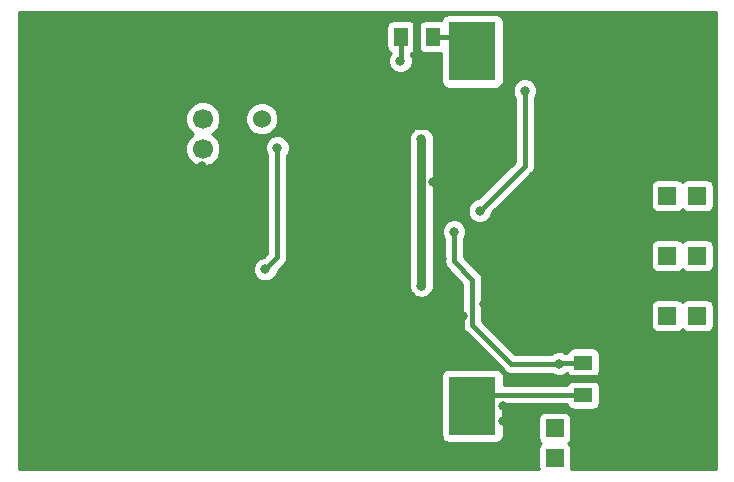
<source format=gbr>
G04 #@! TF.GenerationSoftware,KiCad,Pcbnew,(6.0.0-rc1-dev-205-gc0615c5ef)*
G04 #@! TF.CreationDate,2018-08-07T08:13:56+02:00*
G04 #@! TF.ProjectId,PCRD04B,504352443034422E6B696361645F7063,REV*
G04 #@! TF.SameCoordinates,Original*
G04 #@! TF.FileFunction,Copper,L1,Top,Signal*
G04 #@! TF.FilePolarity,Positive*
%FSLAX46Y46*%
G04 Gerber Fmt 4.6, Leading zero omitted, Abs format (unit mm)*
G04 Created by KiCad (PCBNEW (6.0.0-rc1-dev-205-gc0615c5ef)) date 08/07/18 08:13:56*
%MOMM*%
%LPD*%
G01*
G04 APERTURE LIST*
G04 #@! TA.AperFunction,SMDPad,CuDef*
%ADD10R,4.000000X5.000000*%
G04 #@! TD*
G04 #@! TA.AperFunction,ComponentPad*
%ADD11R,1.524000X1.524000*%
G04 #@! TD*
G04 #@! TA.AperFunction,ComponentPad*
%ADD12C,6.000000*%
G04 #@! TD*
G04 #@! TA.AperFunction,SMDPad,CuDef*
%ADD13R,20.100000X2.000000*%
G04 #@! TD*
G04 #@! TA.AperFunction,SMDPad,CuDef*
%ADD14R,2.000000X29.000000*%
G04 #@! TD*
G04 #@! TA.AperFunction,ComponentPad*
%ADD15C,1.700000*%
G04 #@! TD*
G04 #@! TA.AperFunction,ComponentPad*
%ADD16C,1.524000*%
G04 #@! TD*
G04 #@! TA.AperFunction,SMDPad,CuDef*
%ADD17R,1.300000X1.500000*%
G04 #@! TD*
G04 #@! TA.AperFunction,SMDPad,CuDef*
%ADD18R,0.700000X3.000000*%
G04 #@! TD*
G04 #@! TA.AperFunction,SMDPad,CuDef*
%ADD19R,1.500000X1.300000*%
G04 #@! TD*
G04 #@! TA.AperFunction,SMDPad,CuDef*
%ADD20R,3.000000X0.700000*%
G04 #@! TD*
G04 #@! TA.AperFunction,ViaPad*
%ADD21C,0.800000*%
G04 #@! TD*
G04 #@! TA.AperFunction,Conductor*
%ADD22C,0.250000*%
G04 #@! TD*
G04 #@! TA.AperFunction,Conductor*
%ADD23C,0.400000*%
G04 #@! TD*
G04 #@! TA.AperFunction,Conductor*
%ADD24C,0.800000*%
G04 #@! TD*
G04 #@! TA.AperFunction,Conductor*
%ADD25C,0.254000*%
G04 #@! TD*
G04 APERTURE END LIST*
D10*
G04 #@! TO.P,BT1,1*
G04 #@! TO.N,Net-(BT1-Pad1)*
X39370000Y36350000D03*
G04 #@! TO.P,BT1,2*
G04 #@! TO.N,Net-(BT1-Pad2)*
X39370000Y6350000D03*
G04 #@! TD*
D11*
G04 #@! TO.P,J1,1*
G04 #@! TO.N,GND*
X48895000Y4445000D03*
G04 #@! TO.P,J1,2*
X48895000Y1905000D03*
G04 #@! TO.P,J1,3*
G04 #@! TO.N,Net-(C21-Pad3)*
X46355000Y4445000D03*
G04 #@! TO.P,J1,4*
X46355000Y1905000D03*
G04 #@! TO.P,J1,5*
G04 #@! TO.N,GND*
X43815000Y4445000D03*
G04 #@! TO.P,J1,6*
X43815000Y1905000D03*
G04 #@! TD*
G04 #@! TO.P,J2,2*
G04 #@! TO.N,GND*
X55880000Y21590000D03*
G04 #@! TO.P,J2,1*
X58420000Y21590000D03*
G04 #@! TD*
G04 #@! TO.P,J3,1*
G04 #@! TO.N,/#PeakDetect/Trace*
X58420000Y19050000D03*
G04 #@! TO.P,J3,2*
X55880000Y19050000D03*
G04 #@! TD*
G04 #@! TO.P,J4,2*
G04 #@! TO.N,GND*
X55880000Y16510000D03*
G04 #@! TO.P,J4,1*
X58420000Y16510000D03*
G04 #@! TD*
G04 #@! TO.P,J5,2*
G04 #@! TO.N,GND*
X55880000Y26670000D03*
G04 #@! TO.P,J5,1*
X58420000Y26670000D03*
G04 #@! TD*
G04 #@! TO.P,J6,1*
G04 #@! TO.N,/A/D*
X58420000Y24130000D03*
G04 #@! TO.P,J6,2*
X55880000Y24130000D03*
G04 #@! TD*
G04 #@! TO.P,J7,1*
G04 #@! TO.N,GND*
X58420000Y11430000D03*
G04 #@! TO.P,J7,2*
X55880000Y11430000D03*
G04 #@! TD*
D12*
G04 #@! TO.P,M1,1*
G04 #@! TO.N,GND*
X5080000Y35560000D03*
G04 #@! TD*
G04 #@! TO.P,M2,1*
G04 #@! TO.N,GND*
X55880000Y35560000D03*
G04 #@! TD*
G04 #@! TO.P,M3,1*
G04 #@! TO.N,GND*
X55880000Y5080000D03*
G04 #@! TD*
G04 #@! TO.P,M4,1*
G04 #@! TO.N,GND*
X5080000Y5080000D03*
G04 #@! TD*
D11*
G04 #@! TO.P,J11,1*
G04 #@! TO.N,Net-(C23-Pad3)*
X55880000Y13970000D03*
G04 #@! TO.P,J11,2*
X58420000Y13970000D03*
G04 #@! TD*
D13*
G04 #@! TO.P,M5,1*
G04 #@! TO.N,GND*
X19685000Y34290000D03*
X19685000Y7290000D03*
D14*
X29235000Y20790000D03*
X10135000Y20790000D03*
G04 #@! TD*
D15*
G04 #@! TO.P,D2,1*
G04 #@! TO.N,/K*
X16550000Y28100000D03*
G04 #@! TO.P,D2,2*
G04 #@! TO.N,/A*
X16550000Y30640000D03*
D16*
G04 #@! TO.P,D2,1*
G04 #@! TO.N,/K*
X21550000Y30640000D03*
G04 #@! TD*
D17*
G04 #@! TO.P,C24,3*
G04 #@! TO.N,/K*
X33368000Y37592000D03*
D18*
G04 #@! TO.P,C24,2*
G04 #@! TO.N,GND*
X34718000Y37592000D03*
D17*
G04 #@! TO.P,C24,1*
G04 #@! TO.N,Net-(BT1-Pad1)*
X36068000Y37592000D03*
G04 #@! TD*
D19*
G04 #@! TO.P,C25,1*
G04 #@! TO.N,Net-(BT1-Pad2)*
X48768000Y7286000D03*
D20*
G04 #@! TO.P,C25,2*
G04 #@! TO.N,GND*
X48768000Y8636000D03*
D19*
G04 #@! TO.P,C25,3*
G04 #@! TO.N,/REF*
X48768000Y9986000D03*
G04 #@! TD*
D21*
G04 #@! TO.N,GND*
X32385000Y1905000D03*
X33655000Y1905000D03*
X34925000Y1905000D03*
X36830000Y1905000D03*
X33655000Y12065000D03*
X33655000Y13970000D03*
X33655000Y15240000D03*
X36830000Y15240000D03*
X26670000Y17780000D03*
X25400000Y17780000D03*
X24130000Y17780000D03*
X50165000Y26670000D03*
X52705000Y20320000D03*
X50800000Y20320000D03*
X51435000Y22860000D03*
X46355000Y34290000D03*
X45085000Y34290000D03*
X42545000Y34290000D03*
X41910000Y32385000D03*
X40640000Y32385000D03*
X38735000Y32385000D03*
X24765000Y32385000D03*
X23495000Y32385000D03*
X19685000Y32385000D03*
X17780000Y32385000D03*
X15875000Y32385000D03*
X13970000Y31750000D03*
X13970000Y29210000D03*
X13970000Y27305000D03*
X12700000Y27305000D03*
X50165000Y5080000D03*
X41970002Y5080000D03*
X41970002Y6350000D03*
X32385000Y3810000D03*
X32385000Y5080000D03*
X31115000Y8890000D03*
X31115000Y10795000D03*
X32385000Y10795000D03*
X32385000Y8890000D03*
X43815000Y12065000D03*
X11430000Y12700000D03*
X13335000Y12700000D03*
X27305000Y13970000D03*
X26035000Y12065000D03*
X23495000Y11430000D03*
X20955000Y11430000D03*
X19685000Y12700000D03*
X17780000Y12700000D03*
X15875000Y12700000D03*
X19050000Y20320000D03*
X20320000Y18415000D03*
X18415000Y18415000D03*
X16510000Y18415000D03*
X16510000Y22225000D03*
X16510000Y24130000D03*
X16510000Y25400000D03*
X16509457Y26650565D03*
X19685000Y27940000D03*
X18415000Y27940000D03*
X19685000Y29210000D03*
X32385000Y29210000D03*
X31115000Y28575000D03*
X32385000Y27305000D03*
X36830000Y26670000D03*
X38100000Y26670000D03*
X39618186Y25151814D03*
X45085000Y26670000D03*
X39408000Y24130000D03*
X40640000Y25870000D03*
X43815000Y18415000D03*
X45085000Y18415000D03*
X45720000Y26035000D03*
X28829000Y20574000D03*
X28829000Y19304000D03*
X44958000Y22352000D03*
X36830000Y18796000D03*
X32512000Y17780000D03*
X31242000Y17780000D03*
X29972000Y17780000D03*
X28829000Y18034000D03*
X36957000Y25273000D03*
X36052000Y25273000D03*
X11176000Y22098000D03*
X11176000Y23368000D03*
X15494000Y18542000D03*
X8382000Y26416000D03*
X8890000Y24384000D03*
X27940000Y27432000D03*
X25908000Y27432000D03*
X25908000Y26162000D03*
X27940000Y26162000D03*
X39624000Y21082000D03*
X52324000Y29464000D03*
X50546000Y29210000D03*
X54356000Y29210000D03*
X36830000Y32512000D03*
X34290000Y31242000D03*
X36068000Y33782000D03*
X34290000Y33782000D03*
X31750000Y33782000D03*
X31496000Y35306000D03*
X38570000Y13970000D03*
X38570000Y12065000D03*
X36830000Y17907000D03*
X39878000Y19558000D03*
X40386000Y14986000D03*
G04 #@! TO.N,VCC*
X35052000Y16510000D03*
X35052000Y28956000D03*
G04 #@! TO.N,/K*
X33274000Y35560000D03*
G04 #@! TO.N,/REF*
X21853064Y17904435D03*
X22860000Y28194000D03*
X37808000Y21082000D03*
X46736000Y9906000D03*
G04 #@! TO.N,Net-(R1-Pad2)*
X43815000Y33020000D03*
X40005000Y22860000D03*
G04 #@! TD*
D22*
G04 #@! TO.N,GND*
X34925000Y1905000D02*
X33655000Y1905000D01*
X36824998Y3810000D02*
X34290000Y6344998D01*
X36824998Y3810000D02*
X36824998Y1910002D01*
X36824998Y1910002D02*
X36830000Y1905000D01*
X33655000Y15240000D02*
X33655000Y13970000D01*
X36830000Y17907000D02*
X36830000Y15240000D01*
X24130000Y17780000D02*
X25400000Y17780000D01*
X51435000Y20955000D02*
X50800000Y20320000D01*
X51435000Y22860000D02*
X51435000Y20955000D01*
X42545000Y34290000D02*
X45085000Y34290000D01*
X40640000Y32385000D02*
X41910000Y32385000D01*
X39370000Y31750000D02*
X38735000Y32385000D01*
X39370000Y29845000D02*
X39370000Y31750000D01*
X38735000Y29845000D02*
X39370000Y29845000D01*
X24765000Y32385000D02*
X27305000Y29845000D01*
X27305000Y29845000D02*
X38735000Y29845000D01*
X19685000Y32385000D02*
X23495000Y32385000D01*
X15875000Y32385000D02*
X17780000Y32385000D01*
X13970000Y29210000D02*
X13970000Y31750000D01*
X12700000Y27305000D02*
X13970000Y27305000D01*
X41970002Y6350000D02*
X41970002Y5080000D01*
X32385000Y5080000D02*
X32385000Y3810000D01*
X31115000Y10795000D02*
X31115000Y8890000D01*
X32385000Y8890000D02*
X32385000Y10795000D01*
X34290000Y6344998D02*
X34290000Y9525000D01*
X15875000Y12700000D02*
X13335000Y12700000D01*
X25400000Y11430000D02*
X26035000Y12065000D01*
X23495000Y11430000D02*
X25400000Y11430000D01*
X19685000Y12700000D02*
X20955000Y11430000D01*
X15875000Y12700000D02*
X17780000Y12700000D01*
X18415000Y18415000D02*
X20320000Y18415000D01*
X16510000Y25400000D02*
X16510000Y24130000D01*
X18395565Y26650565D02*
X16509457Y26650565D01*
X19685000Y27940000D02*
X18395565Y26650565D01*
X19685000Y29210000D02*
X18415000Y27940000D01*
D23*
X32385000Y27305000D02*
X31115000Y28575000D01*
X38100000Y26670000D02*
X36830000Y26670000D01*
X40336372Y25870000D02*
X39618186Y25151814D01*
X40640000Y25870000D02*
X40336372Y25870000D01*
X40640000Y25362000D02*
X39408000Y24130000D01*
X40640000Y25870000D02*
X40640000Y25362000D01*
X45085000Y18415000D02*
X43815000Y18415000D01*
X45720000Y26035000D02*
X45720000Y23114000D01*
X45720000Y23114000D02*
X44958000Y22352000D01*
X28829000Y19304000D02*
X28829000Y20574000D01*
D22*
X36830000Y18796000D02*
X36830000Y17907000D01*
X31242000Y17780000D02*
X32512000Y17780000D01*
X29718000Y18034000D02*
X29972000Y17780000D01*
X28829000Y18034000D02*
X29718000Y18034000D01*
X36052000Y25273000D02*
X36957000Y25273000D01*
X11176000Y22098000D02*
X11176000Y23368000D01*
X12700000Y27305000D02*
X9271000Y27305000D01*
X9271000Y27305000D02*
X8382000Y26416000D01*
X31115000Y28575000D02*
X29083000Y28575000D01*
X29083000Y28575000D02*
X27940000Y27432000D01*
X25908000Y27432000D02*
X25908000Y26162000D01*
X39624000Y21082000D02*
X39624000Y19812000D01*
X39624000Y19812000D02*
X39878000Y19558000D01*
X52324000Y29464000D02*
X50800000Y29464000D01*
X50800000Y29464000D02*
X50546000Y29210000D01*
X55880000Y27682000D02*
X55880000Y26670000D01*
X54927251Y28634749D02*
X55880000Y27682000D01*
X54356000Y29210000D02*
X54927251Y28634749D01*
D23*
X38735000Y32385000D02*
X36957000Y32385000D01*
X36957000Y32385000D02*
X36830000Y32512000D01*
X34290000Y31242000D02*
X34290000Y32004000D01*
X34290000Y32004000D02*
X36068000Y33782000D01*
X34290000Y33782000D02*
X31750000Y33782000D01*
D22*
X38570000Y12065000D02*
X38570000Y13970000D01*
X36830000Y21092306D02*
X36830000Y17907000D01*
X36576000Y21844000D02*
X36830000Y21092306D01*
X40386000Y14986000D02*
X40170000Y19699698D01*
X40170000Y19699698D02*
X38354000Y22352000D01*
X38354000Y22352000D02*
X36576000Y21844000D01*
D24*
G04 #@! TO.N,VCC*
X35052000Y28956000D02*
X35052000Y16510000D01*
D23*
G04 #@! TO.N,/K*
X33368000Y37592000D02*
X33368000Y35654000D01*
X33368000Y35654000D02*
X33274000Y35560000D01*
G04 #@! TO.N,/REF*
X22860000Y28194000D02*
X22860000Y18911371D01*
X22860000Y18911371D02*
X21853064Y17904435D01*
X48768000Y9986000D02*
X46816000Y9986000D01*
X46816000Y9986000D02*
X46736000Y9906000D01*
X46170315Y9906000D02*
X46736000Y9906000D01*
X42672000Y9906000D02*
X46170315Y9906000D01*
X39370000Y13208000D02*
X42672000Y9906000D01*
X39370000Y17027998D02*
X39370000Y13208000D01*
X37808000Y18589998D02*
X39370000Y17027998D01*
X37808000Y21082000D02*
X37808000Y18589998D01*
G04 #@! TO.N,Net-(BT1-Pad1)*
X38128000Y37592000D02*
X39370000Y36350000D01*
X36068000Y37592000D02*
X38128000Y37592000D01*
G04 #@! TO.N,Net-(BT1-Pad2)*
X39370000Y6850000D02*
X40648000Y8128000D01*
X39370000Y6350000D02*
X39370000Y6850000D01*
X40306000Y7286000D02*
X39370000Y6350000D01*
X48768000Y7286000D02*
X40306000Y7286000D01*
G04 #@! TO.N,Net-(R1-Pad2)*
X43815000Y26670000D02*
X43815000Y33020000D01*
X40005000Y22860000D02*
X43815000Y26670000D01*
G04 #@! TD*
D25*
G04 #@! TO.N,GND*
G36*
X59971000Y989000D02*
X47733808Y989000D01*
X47764440Y1143000D01*
X47764440Y2667000D01*
X47715157Y2914765D01*
X47574809Y3124809D01*
X47499693Y3175000D01*
X47574809Y3225191D01*
X47715157Y3435235D01*
X47764440Y3683000D01*
X47764440Y5207000D01*
X47715157Y5454765D01*
X47574809Y5664809D01*
X47364765Y5805157D01*
X47117000Y5854440D01*
X45593000Y5854440D01*
X45345235Y5805157D01*
X45135191Y5664809D01*
X44994843Y5454765D01*
X44945560Y5207000D01*
X44945560Y3683000D01*
X44994843Y3435235D01*
X45135191Y3225191D01*
X45210307Y3175000D01*
X45135191Y3124809D01*
X44994843Y2914765D01*
X44945560Y2667000D01*
X44945560Y1143000D01*
X44976192Y989000D01*
X989000Y989000D01*
X989000Y8850000D01*
X36722560Y8850000D01*
X36722560Y3850000D01*
X36771843Y3602235D01*
X36912191Y3392191D01*
X37122235Y3251843D01*
X37370000Y3202560D01*
X41370000Y3202560D01*
X41617765Y3251843D01*
X41827809Y3392191D01*
X41968157Y3602235D01*
X42017440Y3850000D01*
X42017440Y6451000D01*
X47407358Y6451000D01*
X47419843Y6388235D01*
X47560191Y6178191D01*
X47770235Y6037843D01*
X48018000Y5988560D01*
X49518000Y5988560D01*
X49765765Y6037843D01*
X49975809Y6178191D01*
X50116157Y6388235D01*
X50165440Y6636000D01*
X50165440Y7936000D01*
X50116157Y8183765D01*
X49975809Y8393809D01*
X49765765Y8534157D01*
X49518000Y8583440D01*
X48018000Y8583440D01*
X47770235Y8534157D01*
X47560191Y8393809D01*
X47419843Y8183765D01*
X47407358Y8121000D01*
X42017440Y8121000D01*
X42017440Y8850000D01*
X41968157Y9097765D01*
X41827809Y9307809D01*
X41617765Y9448157D01*
X41370000Y9497440D01*
X37370000Y9497440D01*
X37122235Y9448157D01*
X36912191Y9307809D01*
X36771843Y9097765D01*
X36722560Y8850000D01*
X989000Y8850000D01*
X989000Y18110309D01*
X20818064Y18110309D01*
X20818064Y17698561D01*
X20975633Y17318155D01*
X21266784Y17027004D01*
X21647190Y16869435D01*
X22058938Y16869435D01*
X22439344Y17027004D01*
X22730495Y17318155D01*
X22888064Y17698561D01*
X22888064Y17758568D01*
X23392282Y18262786D01*
X23462001Y18309370D01*
X23646552Y18585570D01*
X23695000Y18829134D01*
X23711358Y18911371D01*
X23695000Y18993608D01*
X23695000Y27565289D01*
X23737431Y27607720D01*
X23895000Y27988126D01*
X23895000Y28399874D01*
X23737431Y28780280D01*
X23446280Y29071431D01*
X23227931Y29161874D01*
X34017000Y29161874D01*
X34017000Y29057934D01*
X34017001Y16715876D01*
X34017000Y16715874D01*
X34017000Y16304126D01*
X34056778Y16208094D01*
X34077053Y16106163D01*
X34134792Y16019751D01*
X34174569Y15923720D01*
X34248068Y15850221D01*
X34305808Y15763807D01*
X34392222Y15706067D01*
X34465720Y15632569D01*
X34561749Y15592792D01*
X34648164Y15535052D01*
X34750098Y15514776D01*
X34846126Y15475000D01*
X34950066Y15475000D01*
X35052000Y15454724D01*
X35153935Y15475000D01*
X35257874Y15475000D01*
X35353902Y15514776D01*
X35455837Y15535052D01*
X35542253Y15592793D01*
X35638280Y15632569D01*
X35711776Y15706065D01*
X35798193Y15763807D01*
X35855935Y15850224D01*
X35929431Y15923720D01*
X35969207Y16019747D01*
X36026948Y16106163D01*
X36047224Y16208099D01*
X36087000Y16304126D01*
X36087000Y21287874D01*
X36773000Y21287874D01*
X36773000Y20876126D01*
X36930569Y20495720D01*
X36973000Y20453289D01*
X36973001Y18672236D01*
X36956643Y18589998D01*
X37021448Y18264198D01*
X37114578Y18124819D01*
X37206000Y17987997D01*
X37275718Y17941413D01*
X38535000Y16682130D01*
X38535001Y13290238D01*
X38518643Y13208000D01*
X38583448Y12882200D01*
X38583449Y12882199D01*
X38768000Y12605999D01*
X38837718Y12559415D01*
X42023415Y9373717D01*
X42069999Y9303999D01*
X42346199Y9119448D01*
X42589763Y9071000D01*
X42589766Y9071000D01*
X42671999Y9054643D01*
X42754232Y9071000D01*
X46107289Y9071000D01*
X46149720Y9028569D01*
X46530126Y8871000D01*
X46941874Y8871000D01*
X47322280Y9028569D01*
X47413556Y9119845D01*
X47419843Y9088235D01*
X47560191Y8878191D01*
X47770235Y8737843D01*
X48018000Y8688560D01*
X49518000Y8688560D01*
X49765765Y8737843D01*
X49975809Y8878191D01*
X50116157Y9088235D01*
X50165440Y9336000D01*
X50165440Y10636000D01*
X50116157Y10883765D01*
X49975809Y11093809D01*
X49765765Y11234157D01*
X49518000Y11283440D01*
X48018000Y11283440D01*
X47770235Y11234157D01*
X47560191Y11093809D01*
X47419843Y10883765D01*
X47407358Y10821000D01*
X47231580Y10821000D01*
X46941874Y10941000D01*
X46530126Y10941000D01*
X46149720Y10783431D01*
X46107289Y10741000D01*
X43017868Y10741000D01*
X40205000Y13553867D01*
X40205000Y14732000D01*
X54470560Y14732000D01*
X54470560Y13208000D01*
X54519843Y12960235D01*
X54660191Y12750191D01*
X54870235Y12609843D01*
X55118000Y12560560D01*
X56642000Y12560560D01*
X56889765Y12609843D01*
X57099809Y12750191D01*
X57150000Y12825307D01*
X57200191Y12750191D01*
X57410235Y12609843D01*
X57658000Y12560560D01*
X59182000Y12560560D01*
X59429765Y12609843D01*
X59639809Y12750191D01*
X59780157Y12960235D01*
X59829440Y13208000D01*
X59829440Y14732000D01*
X59780157Y14979765D01*
X59639809Y15189809D01*
X59429765Y15330157D01*
X59182000Y15379440D01*
X57658000Y15379440D01*
X57410235Y15330157D01*
X57200191Y15189809D01*
X57150000Y15114693D01*
X57099809Y15189809D01*
X56889765Y15330157D01*
X56642000Y15379440D01*
X55118000Y15379440D01*
X54870235Y15330157D01*
X54660191Y15189809D01*
X54519843Y14979765D01*
X54470560Y14732000D01*
X40205000Y14732000D01*
X40205000Y16945761D01*
X40221358Y17027998D01*
X40156552Y17353798D01*
X40156552Y17353799D01*
X39972001Y17629999D01*
X39902283Y17676583D01*
X38643000Y18935865D01*
X38643000Y19812000D01*
X54470560Y19812000D01*
X54470560Y18288000D01*
X54519843Y18040235D01*
X54660191Y17830191D01*
X54870235Y17689843D01*
X55118000Y17640560D01*
X56642000Y17640560D01*
X56889765Y17689843D01*
X57099809Y17830191D01*
X57150000Y17905307D01*
X57200191Y17830191D01*
X57410235Y17689843D01*
X57658000Y17640560D01*
X59182000Y17640560D01*
X59429765Y17689843D01*
X59639809Y17830191D01*
X59780157Y18040235D01*
X59829440Y18288000D01*
X59829440Y19812000D01*
X59780157Y20059765D01*
X59639809Y20269809D01*
X59429765Y20410157D01*
X59182000Y20459440D01*
X57658000Y20459440D01*
X57410235Y20410157D01*
X57200191Y20269809D01*
X57150000Y20194693D01*
X57099809Y20269809D01*
X56889765Y20410157D01*
X56642000Y20459440D01*
X55118000Y20459440D01*
X54870235Y20410157D01*
X54660191Y20269809D01*
X54519843Y20059765D01*
X54470560Y19812000D01*
X38643000Y19812000D01*
X38643000Y20453289D01*
X38685431Y20495720D01*
X38843000Y20876126D01*
X38843000Y21287874D01*
X38685431Y21668280D01*
X38394280Y21959431D01*
X38013874Y22117000D01*
X37602126Y22117000D01*
X37221720Y21959431D01*
X36930569Y21668280D01*
X36773000Y21287874D01*
X36087000Y21287874D01*
X36087000Y23065874D01*
X38970000Y23065874D01*
X38970000Y22654126D01*
X39127569Y22273720D01*
X39418720Y21982569D01*
X39799126Y21825000D01*
X40210874Y21825000D01*
X40591280Y21982569D01*
X40882431Y22273720D01*
X41040000Y22654126D01*
X41040000Y22714133D01*
X43217867Y24892000D01*
X54470560Y24892000D01*
X54470560Y23368000D01*
X54519843Y23120235D01*
X54660191Y22910191D01*
X54870235Y22769843D01*
X55118000Y22720560D01*
X56642000Y22720560D01*
X56889765Y22769843D01*
X57099809Y22910191D01*
X57150000Y22985307D01*
X57200191Y22910191D01*
X57410235Y22769843D01*
X57658000Y22720560D01*
X59182000Y22720560D01*
X59429765Y22769843D01*
X59639809Y22910191D01*
X59780157Y23120235D01*
X59829440Y23368000D01*
X59829440Y24892000D01*
X59780157Y25139765D01*
X59639809Y25349809D01*
X59429765Y25490157D01*
X59182000Y25539440D01*
X57658000Y25539440D01*
X57410235Y25490157D01*
X57200191Y25349809D01*
X57150000Y25274693D01*
X57099809Y25349809D01*
X56889765Y25490157D01*
X56642000Y25539440D01*
X55118000Y25539440D01*
X54870235Y25490157D01*
X54660191Y25349809D01*
X54519843Y25139765D01*
X54470560Y24892000D01*
X43217867Y24892000D01*
X44347283Y26021415D01*
X44417001Y26067999D01*
X44601552Y26344199D01*
X44650000Y26587763D01*
X44650000Y26587764D01*
X44666358Y26670000D01*
X44650000Y26752237D01*
X44650000Y32391289D01*
X44692431Y32433720D01*
X44850000Y32814126D01*
X44850000Y33225874D01*
X44692431Y33606280D01*
X44401280Y33897431D01*
X44020874Y34055000D01*
X43609126Y34055000D01*
X43228720Y33897431D01*
X42937569Y33606280D01*
X42780000Y33225874D01*
X42780000Y32814126D01*
X42937569Y32433720D01*
X42980001Y32391288D01*
X42980000Y27015868D01*
X39859133Y23895000D01*
X39799126Y23895000D01*
X39418720Y23737431D01*
X39127569Y23446280D01*
X38970000Y23065874D01*
X36087000Y23065874D01*
X36087000Y29161874D01*
X36047224Y29257901D01*
X36026948Y29359837D01*
X35969207Y29446253D01*
X35929431Y29542280D01*
X35855935Y29615776D01*
X35798193Y29702193D01*
X35711777Y29759934D01*
X35638280Y29833431D01*
X35542251Y29873207D01*
X35455836Y29930948D01*
X35353902Y29951224D01*
X35257874Y29991000D01*
X35153934Y29991000D01*
X35052000Y30011276D01*
X34950065Y29991000D01*
X34846126Y29991000D01*
X34750098Y29951224D01*
X34648163Y29930948D01*
X34561747Y29873207D01*
X34465720Y29833431D01*
X34392224Y29759935D01*
X34305807Y29702193D01*
X34248066Y29615777D01*
X34174569Y29542280D01*
X34134793Y29446251D01*
X34077052Y29359836D01*
X34056776Y29257902D01*
X34017000Y29161874D01*
X23227931Y29161874D01*
X23065874Y29229000D01*
X22654126Y29229000D01*
X22273720Y29071431D01*
X21982569Y28780280D01*
X21825000Y28399874D01*
X21825000Y27988126D01*
X21982569Y27607720D01*
X22025000Y27565289D01*
X22025001Y19257240D01*
X21707197Y18939435D01*
X21647190Y18939435D01*
X21266784Y18781866D01*
X20975633Y18490715D01*
X20818064Y18110309D01*
X989000Y18110309D01*
X989000Y30935385D01*
X15065000Y30935385D01*
X15065000Y30344615D01*
X15291078Y29798815D01*
X15708815Y29381078D01*
X15735560Y29370000D01*
X15708815Y29358922D01*
X15291078Y28941185D01*
X15065000Y28395385D01*
X15065000Y27804615D01*
X15291078Y27258815D01*
X15708815Y26841078D01*
X16254615Y26615000D01*
X16845385Y26615000D01*
X17391185Y26841078D01*
X17808922Y27258815D01*
X18035000Y27804615D01*
X18035000Y28395385D01*
X17808922Y28941185D01*
X17391185Y29358922D01*
X17364440Y29370000D01*
X17391185Y29381078D01*
X17808922Y29798815D01*
X18035000Y30344615D01*
X18035000Y30917881D01*
X20153000Y30917881D01*
X20153000Y30362119D01*
X20365680Y29848663D01*
X20758663Y29455680D01*
X21272119Y29243000D01*
X21827881Y29243000D01*
X22341337Y29455680D01*
X22734320Y29848663D01*
X22947000Y30362119D01*
X22947000Y30917881D01*
X22734320Y31431337D01*
X22341337Y31824320D01*
X21827881Y32037000D01*
X21272119Y32037000D01*
X20758663Y31824320D01*
X20365680Y31431337D01*
X20153000Y30917881D01*
X18035000Y30917881D01*
X18035000Y30935385D01*
X17808922Y31481185D01*
X17391185Y31898922D01*
X16845385Y32125000D01*
X16254615Y32125000D01*
X15708815Y31898922D01*
X15291078Y31481185D01*
X15065000Y30935385D01*
X989000Y30935385D01*
X989000Y38342000D01*
X32070560Y38342000D01*
X32070560Y36842000D01*
X32119843Y36594235D01*
X32260191Y36384191D01*
X32470235Y36243843D01*
X32490167Y36239878D01*
X32396569Y36146280D01*
X32239000Y35765874D01*
X32239000Y35354126D01*
X32396569Y34973720D01*
X32687720Y34682569D01*
X33068126Y34525000D01*
X33479874Y34525000D01*
X33860280Y34682569D01*
X34151431Y34973720D01*
X34309000Y35354126D01*
X34309000Y35765874D01*
X34203000Y36021781D01*
X34203000Y36231358D01*
X34265765Y36243843D01*
X34475809Y36384191D01*
X34616157Y36594235D01*
X34665440Y36842000D01*
X34665440Y38342000D01*
X34770560Y38342000D01*
X34770560Y36842000D01*
X34819843Y36594235D01*
X34960191Y36384191D01*
X35170235Y36243843D01*
X35418000Y36194560D01*
X36718000Y36194560D01*
X36722560Y36195467D01*
X36722560Y33850000D01*
X36771843Y33602235D01*
X36912191Y33392191D01*
X37122235Y33251843D01*
X37370000Y33202560D01*
X41370000Y33202560D01*
X41617765Y33251843D01*
X41827809Y33392191D01*
X41968157Y33602235D01*
X42017440Y33850000D01*
X42017440Y38850000D01*
X41968157Y39097765D01*
X41827809Y39307809D01*
X41617765Y39448157D01*
X41370000Y39497440D01*
X37370000Y39497440D01*
X37122235Y39448157D01*
X36912191Y39307809D01*
X36771843Y39097765D01*
X36749067Y38983260D01*
X36718000Y38989440D01*
X35418000Y38989440D01*
X35170235Y38940157D01*
X34960191Y38799809D01*
X34819843Y38589765D01*
X34770560Y38342000D01*
X34665440Y38342000D01*
X34616157Y38589765D01*
X34475809Y38799809D01*
X34265765Y38940157D01*
X34018000Y38989440D01*
X32718000Y38989440D01*
X32470235Y38940157D01*
X32260191Y38799809D01*
X32119843Y38589765D01*
X32070560Y38342000D01*
X989000Y38342000D01*
X989000Y39651000D01*
X59971001Y39651000D01*
X59971000Y989000D01*
X59971000Y989000D01*
G37*
X59971000Y989000D02*
X47733808Y989000D01*
X47764440Y1143000D01*
X47764440Y2667000D01*
X47715157Y2914765D01*
X47574809Y3124809D01*
X47499693Y3175000D01*
X47574809Y3225191D01*
X47715157Y3435235D01*
X47764440Y3683000D01*
X47764440Y5207000D01*
X47715157Y5454765D01*
X47574809Y5664809D01*
X47364765Y5805157D01*
X47117000Y5854440D01*
X45593000Y5854440D01*
X45345235Y5805157D01*
X45135191Y5664809D01*
X44994843Y5454765D01*
X44945560Y5207000D01*
X44945560Y3683000D01*
X44994843Y3435235D01*
X45135191Y3225191D01*
X45210307Y3175000D01*
X45135191Y3124809D01*
X44994843Y2914765D01*
X44945560Y2667000D01*
X44945560Y1143000D01*
X44976192Y989000D01*
X989000Y989000D01*
X989000Y8850000D01*
X36722560Y8850000D01*
X36722560Y3850000D01*
X36771843Y3602235D01*
X36912191Y3392191D01*
X37122235Y3251843D01*
X37370000Y3202560D01*
X41370000Y3202560D01*
X41617765Y3251843D01*
X41827809Y3392191D01*
X41968157Y3602235D01*
X42017440Y3850000D01*
X42017440Y6451000D01*
X47407358Y6451000D01*
X47419843Y6388235D01*
X47560191Y6178191D01*
X47770235Y6037843D01*
X48018000Y5988560D01*
X49518000Y5988560D01*
X49765765Y6037843D01*
X49975809Y6178191D01*
X50116157Y6388235D01*
X50165440Y6636000D01*
X50165440Y7936000D01*
X50116157Y8183765D01*
X49975809Y8393809D01*
X49765765Y8534157D01*
X49518000Y8583440D01*
X48018000Y8583440D01*
X47770235Y8534157D01*
X47560191Y8393809D01*
X47419843Y8183765D01*
X47407358Y8121000D01*
X42017440Y8121000D01*
X42017440Y8850000D01*
X41968157Y9097765D01*
X41827809Y9307809D01*
X41617765Y9448157D01*
X41370000Y9497440D01*
X37370000Y9497440D01*
X37122235Y9448157D01*
X36912191Y9307809D01*
X36771843Y9097765D01*
X36722560Y8850000D01*
X989000Y8850000D01*
X989000Y18110309D01*
X20818064Y18110309D01*
X20818064Y17698561D01*
X20975633Y17318155D01*
X21266784Y17027004D01*
X21647190Y16869435D01*
X22058938Y16869435D01*
X22439344Y17027004D01*
X22730495Y17318155D01*
X22888064Y17698561D01*
X22888064Y17758568D01*
X23392282Y18262786D01*
X23462001Y18309370D01*
X23646552Y18585570D01*
X23695000Y18829134D01*
X23711358Y18911371D01*
X23695000Y18993608D01*
X23695000Y27565289D01*
X23737431Y27607720D01*
X23895000Y27988126D01*
X23895000Y28399874D01*
X23737431Y28780280D01*
X23446280Y29071431D01*
X23227931Y29161874D01*
X34017000Y29161874D01*
X34017000Y29057934D01*
X34017001Y16715876D01*
X34017000Y16715874D01*
X34017000Y16304126D01*
X34056778Y16208094D01*
X34077053Y16106163D01*
X34134792Y16019751D01*
X34174569Y15923720D01*
X34248068Y15850221D01*
X34305808Y15763807D01*
X34392222Y15706067D01*
X34465720Y15632569D01*
X34561749Y15592792D01*
X34648164Y15535052D01*
X34750098Y15514776D01*
X34846126Y15475000D01*
X34950066Y15475000D01*
X35052000Y15454724D01*
X35153935Y15475000D01*
X35257874Y15475000D01*
X35353902Y15514776D01*
X35455837Y15535052D01*
X35542253Y15592793D01*
X35638280Y15632569D01*
X35711776Y15706065D01*
X35798193Y15763807D01*
X35855935Y15850224D01*
X35929431Y15923720D01*
X35969207Y16019747D01*
X36026948Y16106163D01*
X36047224Y16208099D01*
X36087000Y16304126D01*
X36087000Y21287874D01*
X36773000Y21287874D01*
X36773000Y20876126D01*
X36930569Y20495720D01*
X36973000Y20453289D01*
X36973001Y18672236D01*
X36956643Y18589998D01*
X37021448Y18264198D01*
X37114578Y18124819D01*
X37206000Y17987997D01*
X37275718Y17941413D01*
X38535000Y16682130D01*
X38535001Y13290238D01*
X38518643Y13208000D01*
X38583448Y12882200D01*
X38583449Y12882199D01*
X38768000Y12605999D01*
X38837718Y12559415D01*
X42023415Y9373717D01*
X42069999Y9303999D01*
X42346199Y9119448D01*
X42589763Y9071000D01*
X42589766Y9071000D01*
X42671999Y9054643D01*
X42754232Y9071000D01*
X46107289Y9071000D01*
X46149720Y9028569D01*
X46530126Y8871000D01*
X46941874Y8871000D01*
X47322280Y9028569D01*
X47413556Y9119845D01*
X47419843Y9088235D01*
X47560191Y8878191D01*
X47770235Y8737843D01*
X48018000Y8688560D01*
X49518000Y8688560D01*
X49765765Y8737843D01*
X49975809Y8878191D01*
X50116157Y9088235D01*
X50165440Y9336000D01*
X50165440Y10636000D01*
X50116157Y10883765D01*
X49975809Y11093809D01*
X49765765Y11234157D01*
X49518000Y11283440D01*
X48018000Y11283440D01*
X47770235Y11234157D01*
X47560191Y11093809D01*
X47419843Y10883765D01*
X47407358Y10821000D01*
X47231580Y10821000D01*
X46941874Y10941000D01*
X46530126Y10941000D01*
X46149720Y10783431D01*
X46107289Y10741000D01*
X43017868Y10741000D01*
X40205000Y13553867D01*
X40205000Y14732000D01*
X54470560Y14732000D01*
X54470560Y13208000D01*
X54519843Y12960235D01*
X54660191Y12750191D01*
X54870235Y12609843D01*
X55118000Y12560560D01*
X56642000Y12560560D01*
X56889765Y12609843D01*
X57099809Y12750191D01*
X57150000Y12825307D01*
X57200191Y12750191D01*
X57410235Y12609843D01*
X57658000Y12560560D01*
X59182000Y12560560D01*
X59429765Y12609843D01*
X59639809Y12750191D01*
X59780157Y12960235D01*
X59829440Y13208000D01*
X59829440Y14732000D01*
X59780157Y14979765D01*
X59639809Y15189809D01*
X59429765Y15330157D01*
X59182000Y15379440D01*
X57658000Y15379440D01*
X57410235Y15330157D01*
X57200191Y15189809D01*
X57150000Y15114693D01*
X57099809Y15189809D01*
X56889765Y15330157D01*
X56642000Y15379440D01*
X55118000Y15379440D01*
X54870235Y15330157D01*
X54660191Y15189809D01*
X54519843Y14979765D01*
X54470560Y14732000D01*
X40205000Y14732000D01*
X40205000Y16945761D01*
X40221358Y17027998D01*
X40156552Y17353798D01*
X40156552Y17353799D01*
X39972001Y17629999D01*
X39902283Y17676583D01*
X38643000Y18935865D01*
X38643000Y19812000D01*
X54470560Y19812000D01*
X54470560Y18288000D01*
X54519843Y18040235D01*
X54660191Y17830191D01*
X54870235Y17689843D01*
X55118000Y17640560D01*
X56642000Y17640560D01*
X56889765Y17689843D01*
X57099809Y17830191D01*
X57150000Y17905307D01*
X57200191Y17830191D01*
X57410235Y17689843D01*
X57658000Y17640560D01*
X59182000Y17640560D01*
X59429765Y17689843D01*
X59639809Y17830191D01*
X59780157Y18040235D01*
X59829440Y18288000D01*
X59829440Y19812000D01*
X59780157Y20059765D01*
X59639809Y20269809D01*
X59429765Y20410157D01*
X59182000Y20459440D01*
X57658000Y20459440D01*
X57410235Y20410157D01*
X57200191Y20269809D01*
X57150000Y20194693D01*
X57099809Y20269809D01*
X56889765Y20410157D01*
X56642000Y20459440D01*
X55118000Y20459440D01*
X54870235Y20410157D01*
X54660191Y20269809D01*
X54519843Y20059765D01*
X54470560Y19812000D01*
X38643000Y19812000D01*
X38643000Y20453289D01*
X38685431Y20495720D01*
X38843000Y20876126D01*
X38843000Y21287874D01*
X38685431Y21668280D01*
X38394280Y21959431D01*
X38013874Y22117000D01*
X37602126Y22117000D01*
X37221720Y21959431D01*
X36930569Y21668280D01*
X36773000Y21287874D01*
X36087000Y21287874D01*
X36087000Y23065874D01*
X38970000Y23065874D01*
X38970000Y22654126D01*
X39127569Y22273720D01*
X39418720Y21982569D01*
X39799126Y21825000D01*
X40210874Y21825000D01*
X40591280Y21982569D01*
X40882431Y22273720D01*
X41040000Y22654126D01*
X41040000Y22714133D01*
X43217867Y24892000D01*
X54470560Y24892000D01*
X54470560Y23368000D01*
X54519843Y23120235D01*
X54660191Y22910191D01*
X54870235Y22769843D01*
X55118000Y22720560D01*
X56642000Y22720560D01*
X56889765Y22769843D01*
X57099809Y22910191D01*
X57150000Y22985307D01*
X57200191Y22910191D01*
X57410235Y22769843D01*
X57658000Y22720560D01*
X59182000Y22720560D01*
X59429765Y22769843D01*
X59639809Y22910191D01*
X59780157Y23120235D01*
X59829440Y23368000D01*
X59829440Y24892000D01*
X59780157Y25139765D01*
X59639809Y25349809D01*
X59429765Y25490157D01*
X59182000Y25539440D01*
X57658000Y25539440D01*
X57410235Y25490157D01*
X57200191Y25349809D01*
X57150000Y25274693D01*
X57099809Y25349809D01*
X56889765Y25490157D01*
X56642000Y25539440D01*
X55118000Y25539440D01*
X54870235Y25490157D01*
X54660191Y25349809D01*
X54519843Y25139765D01*
X54470560Y24892000D01*
X43217867Y24892000D01*
X44347283Y26021415D01*
X44417001Y26067999D01*
X44601552Y26344199D01*
X44650000Y26587763D01*
X44650000Y26587764D01*
X44666358Y26670000D01*
X44650000Y26752237D01*
X44650000Y32391289D01*
X44692431Y32433720D01*
X44850000Y32814126D01*
X44850000Y33225874D01*
X44692431Y33606280D01*
X44401280Y33897431D01*
X44020874Y34055000D01*
X43609126Y34055000D01*
X43228720Y33897431D01*
X42937569Y33606280D01*
X42780000Y33225874D01*
X42780000Y32814126D01*
X42937569Y32433720D01*
X42980001Y32391288D01*
X42980000Y27015868D01*
X39859133Y23895000D01*
X39799126Y23895000D01*
X39418720Y23737431D01*
X39127569Y23446280D01*
X38970000Y23065874D01*
X36087000Y23065874D01*
X36087000Y29161874D01*
X36047224Y29257901D01*
X36026948Y29359837D01*
X35969207Y29446253D01*
X35929431Y29542280D01*
X35855935Y29615776D01*
X35798193Y29702193D01*
X35711777Y29759934D01*
X35638280Y29833431D01*
X35542251Y29873207D01*
X35455836Y29930948D01*
X35353902Y29951224D01*
X35257874Y29991000D01*
X35153934Y29991000D01*
X35052000Y30011276D01*
X34950065Y29991000D01*
X34846126Y29991000D01*
X34750098Y29951224D01*
X34648163Y29930948D01*
X34561747Y29873207D01*
X34465720Y29833431D01*
X34392224Y29759935D01*
X34305807Y29702193D01*
X34248066Y29615777D01*
X34174569Y29542280D01*
X34134793Y29446251D01*
X34077052Y29359836D01*
X34056776Y29257902D01*
X34017000Y29161874D01*
X23227931Y29161874D01*
X23065874Y29229000D01*
X22654126Y29229000D01*
X22273720Y29071431D01*
X21982569Y28780280D01*
X21825000Y28399874D01*
X21825000Y27988126D01*
X21982569Y27607720D01*
X22025000Y27565289D01*
X22025001Y19257240D01*
X21707197Y18939435D01*
X21647190Y18939435D01*
X21266784Y18781866D01*
X20975633Y18490715D01*
X20818064Y18110309D01*
X989000Y18110309D01*
X989000Y30935385D01*
X15065000Y30935385D01*
X15065000Y30344615D01*
X15291078Y29798815D01*
X15708815Y29381078D01*
X15735560Y29370000D01*
X15708815Y29358922D01*
X15291078Y28941185D01*
X15065000Y28395385D01*
X15065000Y27804615D01*
X15291078Y27258815D01*
X15708815Y26841078D01*
X16254615Y26615000D01*
X16845385Y26615000D01*
X17391185Y26841078D01*
X17808922Y27258815D01*
X18035000Y27804615D01*
X18035000Y28395385D01*
X17808922Y28941185D01*
X17391185Y29358922D01*
X17364440Y29370000D01*
X17391185Y29381078D01*
X17808922Y29798815D01*
X18035000Y30344615D01*
X18035000Y30917881D01*
X20153000Y30917881D01*
X20153000Y30362119D01*
X20365680Y29848663D01*
X20758663Y29455680D01*
X21272119Y29243000D01*
X21827881Y29243000D01*
X22341337Y29455680D01*
X22734320Y29848663D01*
X22947000Y30362119D01*
X22947000Y30917881D01*
X22734320Y31431337D01*
X22341337Y31824320D01*
X21827881Y32037000D01*
X21272119Y32037000D01*
X20758663Y31824320D01*
X20365680Y31431337D01*
X20153000Y30917881D01*
X18035000Y30917881D01*
X18035000Y30935385D01*
X17808922Y31481185D01*
X17391185Y31898922D01*
X16845385Y32125000D01*
X16254615Y32125000D01*
X15708815Y31898922D01*
X15291078Y31481185D01*
X15065000Y30935385D01*
X989000Y30935385D01*
X989000Y38342000D01*
X32070560Y38342000D01*
X32070560Y36842000D01*
X32119843Y36594235D01*
X32260191Y36384191D01*
X32470235Y36243843D01*
X32490167Y36239878D01*
X32396569Y36146280D01*
X32239000Y35765874D01*
X32239000Y35354126D01*
X32396569Y34973720D01*
X32687720Y34682569D01*
X33068126Y34525000D01*
X33479874Y34525000D01*
X33860280Y34682569D01*
X34151431Y34973720D01*
X34309000Y35354126D01*
X34309000Y35765874D01*
X34203000Y36021781D01*
X34203000Y36231358D01*
X34265765Y36243843D01*
X34475809Y36384191D01*
X34616157Y36594235D01*
X34665440Y36842000D01*
X34665440Y38342000D01*
X34770560Y38342000D01*
X34770560Y36842000D01*
X34819843Y36594235D01*
X34960191Y36384191D01*
X35170235Y36243843D01*
X35418000Y36194560D01*
X36718000Y36194560D01*
X36722560Y36195467D01*
X36722560Y33850000D01*
X36771843Y33602235D01*
X36912191Y33392191D01*
X37122235Y33251843D01*
X37370000Y33202560D01*
X41370000Y33202560D01*
X41617765Y33251843D01*
X41827809Y33392191D01*
X41968157Y33602235D01*
X42017440Y33850000D01*
X42017440Y38850000D01*
X41968157Y39097765D01*
X41827809Y39307809D01*
X41617765Y39448157D01*
X41370000Y39497440D01*
X37370000Y39497440D01*
X37122235Y39448157D01*
X36912191Y39307809D01*
X36771843Y39097765D01*
X36749067Y38983260D01*
X36718000Y38989440D01*
X35418000Y38989440D01*
X35170235Y38940157D01*
X34960191Y38799809D01*
X34819843Y38589765D01*
X34770560Y38342000D01*
X34665440Y38342000D01*
X34616157Y38589765D01*
X34475809Y38799809D01*
X34265765Y38940157D01*
X34018000Y38989440D01*
X32718000Y38989440D01*
X32470235Y38940157D01*
X32260191Y38799809D01*
X32119843Y38589765D01*
X32070560Y38342000D01*
X989000Y38342000D01*
X989000Y39651000D01*
X59971001Y39651000D01*
X59971000Y989000D01*
G04 #@! TD*
M02*

</source>
